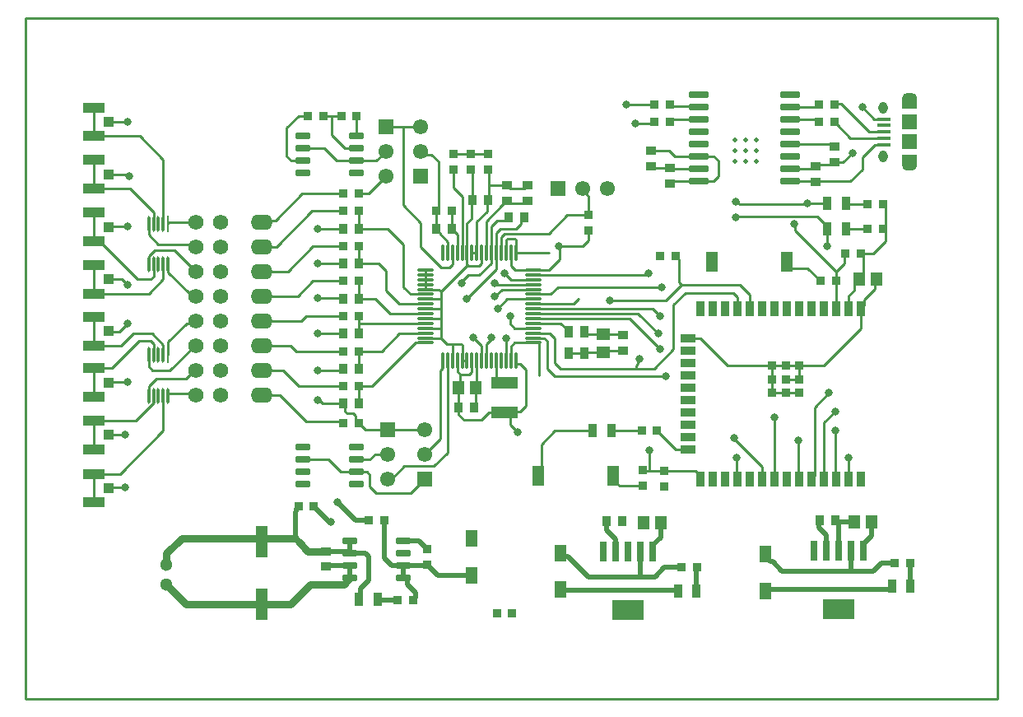
<source format=gtl>
G04*
G04 #@! TF.GenerationSoftware,Altium Limited,Altium Designer,22.11.1 (43)*
G04*
G04 Layer_Physical_Order=1*
G04 Layer_Color=255*
%FSLAX44Y44*%
%MOMM*%
G71*
G04*
G04 #@! TF.SameCoordinates,C851D113-A8C7-42F9-9C4B-FB2C255A0ABB*
G04*
G04*
G04 #@! TF.FilePolarity,Positive*
G04*
G01*
G75*
%ADD11C,0.2540*%
%ADD16R,1.1500X1.4500*%
%ADD17R,0.9500X1.0000*%
%ADD18R,0.9500X0.9500*%
%ADD19R,0.2758X1.6544*%
G04:AMPARAMS|DCode=20|XSize=1.6544mm|YSize=0.2758mm|CornerRadius=0.1379mm|HoleSize=0mm|Usage=FLASHONLY|Rotation=270.000|XOffset=0mm|YOffset=0mm|HoleType=Round|Shape=RoundedRectangle|*
%AMROUNDEDRECTD20*
21,1,1.6544,0.0000,0,0,270.0*
21,1,1.3786,0.2758,0,0,270.0*
1,1,0.2758,0.0000,-0.6893*
1,1,0.2758,0.0000,0.6893*
1,1,0.2758,0.0000,0.6893*
1,1,0.2758,0.0000,-0.6893*
%
%ADD20ROUNDEDRECTD20*%
G04:AMPARAMS|DCode=21|XSize=0.6mm|YSize=1.45mm|CornerRadius=0.03mm|HoleSize=0mm|Usage=FLASHONLY|Rotation=270.000|XOffset=0mm|YOffset=0mm|HoleType=Round|Shape=RoundedRectangle|*
%AMROUNDEDRECTD21*
21,1,0.6000,1.3900,0,0,270.0*
21,1,0.5400,1.4500,0,0,270.0*
1,1,0.0600,-0.6950,-0.2700*
1,1,0.0600,-0.6950,0.2700*
1,1,0.0600,0.6950,0.2700*
1,1,0.0600,0.6950,-0.2700*
%
%ADD21ROUNDEDRECTD21*%
%ADD22R,2.7000X1.3000*%
%ADD23R,0.9500X0.9500*%
%ADD24R,0.9000X1.4000*%
%ADD25R,1.0000X0.9500*%
%ADD26R,1.3000X3.3000*%
%ADD27R,1.1500X1.4500*%
%ADD28R,1.3000X1.8000*%
%ADD29R,1.0500X1.0500*%
%ADD30R,2.2000X1.0500*%
%ADD31R,1.2500X2.1000*%
%ADD32R,0.6500X2.0000*%
%ADD33R,3.2000X2.0000*%
%ADD34R,0.9500X1.2000*%
%ADD35R,1.4500X1.1500*%
G04:AMPARAMS|DCode=36|XSize=0.6mm|YSize=2mm|CornerRadius=0.03mm|HoleSize=0mm|Usage=FLASHONLY|Rotation=270.000|XOffset=0mm|YOffset=0mm|HoleType=Round|Shape=RoundedRectangle|*
%AMROUNDEDRECTD36*
21,1,0.6000,1.9400,0,0,270.0*
21,1,0.5400,2.0000,0,0,270.0*
1,1,0.0600,-0.9700,-0.2700*
1,1,0.0600,-0.9700,0.2700*
1,1,0.0600,0.9700,0.2700*
1,1,0.0600,0.9700,-0.2700*
%
%ADD36ROUNDEDRECTD36*%
%ADD37O,1.8000X0.3000*%
%ADD38O,0.3000X1.8000*%
%ADD39R,0.9000X1.5000*%
%ADD40R,1.5000X0.9000*%
%ADD41R,0.9000X0.9000*%
%ADD42R,1.5500X1.5000*%
%ADD43R,1.3500X0.4000*%
%ADD76C,0.5080*%
%ADD77C,0.7620*%
%ADD78C,1.3000*%
%ADD79C,1.5500*%
%ADD80R,1.5500X1.5500*%
%ADD81O,0.9500X1.2500*%
%ADD82R,1.5500X1.5500*%
%ADD83C,1.5700*%
%ADD84O,2.2500X1.6000*%
%ADD85C,0.8000*%
%ADD86C,0.5000*%
G36*
G01X1026360Y1297300D02*
G02X1020860Y1292300I-5250J250D01*
G01X1016360D01*
G02X1010860Y1297300I-250J5250D01*
G01Y1308750D01*
G01X1026360D01*
G01Y1297300D01*
D02*
G37*
G36*
G01X1010860Y1367300D02*
G02X1016360Y1372300I5250J-250D01*
G01X1020860D01*
G02X1026360Y1367300I250J-5250D01*
G01Y1355850D01*
G01X1010860D01*
G01Y1367300D01*
D02*
G37*
D11*
X593360Y1191300D02*
Y1228300D01*
X109220Y749300D02*
X1109220D01*
X109220Y1449300D02*
X1109220D01*
Y749300D02*
Y1449300D01*
X109220Y749300D02*
Y1449300D01*
X657860Y1214800D02*
X681965D01*
X444860Y1327850D02*
X449110D01*
X240860Y1102752D02*
X240860Y1102752D01*
X240860Y1102752D02*
Y1113800D01*
X235860Y1070800D02*
X243860Y1078800D01*
X215567Y1035611D02*
X222617D01*
X207752Y1112692D02*
X219860Y1124800D01*
X198420Y1089360D02*
X226311Y1117251D01*
X205860Y1126800D02*
X213860Y1134800D01*
X195052Y1074800D02*
X213860D01*
X195504Y1126800D02*
X205860D01*
X194862Y1074610D02*
X195052Y1074800D01*
X194862Y1127442D02*
X195504Y1126800D01*
X255860Y1102752D02*
X255860Y1102752D01*
X239860Y1086800D02*
X257510D01*
X250860Y1102752D02*
X250860Y1102752D01*
X250860Y1102752D02*
Y1113299D01*
X239359Y1124800D02*
X250860Y1113299D01*
X237409Y1117251D02*
X240860Y1113800D01*
X226311Y1117251D02*
X237409D01*
X250860Y1024898D02*
Y1060746D01*
X240860Y1053854D02*
Y1060746D01*
X235860Y1060746D02*
X235860Y1060746D01*
X235860Y1060746D02*
Y1070800D01*
X222617Y1035611D02*
X240860Y1053854D01*
X206610Y980648D02*
X250860Y1024898D01*
X283410Y1112700D02*
X284460D01*
X283074Y1087300D02*
X284460D01*
X281942Y1135582D02*
X284460Y1138100D01*
X274575Y1078800D02*
X283074Y1087300D01*
X274746Y1135582D02*
X281942D01*
X257510Y1086800D02*
X283410Y1112700D01*
X255860Y1116696D02*
X274746Y1135582D01*
X255860Y1102752D02*
Y1116696D01*
X283560Y1062800D02*
X284460Y1061900D01*
X255961Y1062800D02*
X283560D01*
X235860Y1090800D02*
X239860Y1086800D01*
X235860Y1090800D02*
Y1102752D01*
X219860Y1124800D02*
X239359D01*
X243860Y1078800D02*
X274575D01*
X255860Y1062699D02*
X255961Y1062800D01*
X255860Y1060746D02*
Y1062699D01*
X250860Y1060746D02*
X250860Y1060746D01*
X215468Y1035512D02*
X215567Y1035611D01*
X195764Y966800D02*
X211860D01*
X194900Y1020800D02*
X211860D01*
X194862Y1020762D02*
X194900Y1020800D01*
X194862Y965898D02*
X195764Y966800D01*
X481860Y975400D02*
X485860D01*
X505260Y960800D02*
X519860Y975400D01*
X469898Y960800D02*
X505260D01*
X498800Y988340D02*
X529400D01*
X485860Y975400D02*
X498800Y988340D01*
X481860Y975400D02*
X481860Y975400D01*
X460660Y982450D02*
X463360Y979750D01*
X481860Y1000800D02*
X481860Y1000800D01*
X463360Y995150D02*
X469010Y1000800D01*
X449110Y995150D02*
X453110D01*
X453110Y995150D01*
X459110D01*
X463360D01*
X449110Y982450D02*
X453110D01*
X432984D02*
X449110D01*
X453110D02*
X453110Y982450D01*
X460660D01*
X469010Y1000800D02*
X481860D01*
X463360Y967338D02*
Y979750D01*
Y967338D02*
X469898Y960800D01*
X451860Y1052800D02*
Y1070800D01*
X542421Y1114239D02*
X548360D01*
X556872D01*
X558360Y1112751D01*
X548360Y1097300D02*
Y1114239D01*
X558360Y1097300D02*
Y1112751D01*
Y1097300D02*
X563360D01*
X553360Y1085861D02*
Y1097300D01*
Y1085861D02*
X556421Y1082800D01*
Y1071421D02*
Y1082800D01*
X554299Y1069300D02*
X556421Y1071421D01*
X554299Y1048550D02*
Y1069300D01*
Y1048800D02*
X554871Y1048228D01*
Y1041478D02*
Y1048228D01*
Y1041478D02*
X560166Y1036183D01*
X543360Y1208300D02*
Y1219300D01*
X536549Y1192800D02*
X545421D01*
X515860Y1213489D02*
X536549Y1192800D01*
X520360Y1180300D02*
Y1185300D01*
Y1190300D01*
X536650Y1168090D02*
X563360Y1194800D01*
X548360Y1195739D02*
Y1208300D01*
X545421Y1192800D02*
X548360Y1195739D01*
X520360Y1175300D02*
Y1180300D01*
X536860Y1119800D02*
Y1130973D01*
Y1139381D01*
X535941Y1140300D02*
X536860Y1139381D01*
X536188Y1130300D02*
X536860Y1130973D01*
X520360Y1120300D02*
X536360D01*
X536860Y1119800D01*
X510360Y1115300D02*
X520360D01*
X536860Y1159801D02*
Y1167881D01*
Y1150802D02*
Y1159801D01*
Y1139381D02*
Y1150802D01*
X536361Y1160300D02*
X536860Y1159801D01*
X536358Y1150300D02*
X536860Y1150802D01*
X534441Y1170300D02*
X536651Y1168090D01*
X519860Y1000800D02*
X535860Y1016800D01*
X529400Y988340D02*
X543360Y1002300D01*
X536860Y1119800D02*
X542421Y1114239D01*
X538210Y1097150D02*
X538360Y1097300D01*
X538210Y1089650D02*
Y1097150D01*
X535860Y1087300D02*
X538210Y1089650D01*
X543360Y1002300D02*
Y1097300D01*
X535860Y1016800D02*
Y1087300D01*
X520360Y1150300D02*
X536358D01*
X520360Y1170300D02*
X534441D01*
X520360D02*
Y1175300D01*
X493860Y1155300D02*
X520360D01*
X497860Y1172800D02*
X505360Y1165300D01*
X479860Y1169300D02*
X493860Y1155300D01*
X479860Y1169300D02*
Y1189239D01*
X505360Y1165300D02*
X520360D01*
X497860Y1172800D02*
Y1216800D01*
X484360Y1145300D02*
X520360D01*
X451860Y1196800D02*
Y1214800D01*
Y1196800D02*
X472299D01*
X479860Y1189239D01*
X520360Y1140300D02*
X535941D01*
X520360Y1130300D02*
X536188D01*
X520360Y1160300D02*
X536361D01*
X452110Y1135300D02*
X520360D01*
X493921Y1125300D02*
X520360D01*
X451860Y1124800D02*
X452110Y1125050D01*
X475421Y1106800D02*
X493921Y1125300D01*
X451860Y1106800D02*
X475421D01*
X451860Y1088800D02*
Y1106800D01*
X465860Y1070800D02*
X510360Y1115300D01*
X434360Y1087300D02*
X435860Y1088800D01*
X534779Y1227881D02*
Y1229320D01*
Y1227881D02*
X543360Y1219300D01*
X515860Y1213489D02*
Y1238795D01*
X547299Y1232550D02*
X553360Y1226489D01*
X531299Y1232800D02*
X534779Y1229320D01*
X451860Y1232800D02*
X481860D01*
X497860Y1216800D01*
X563360Y1194800D02*
X564299D01*
X563360Y1195739D02*
Y1208300D01*
Y1195739D02*
X564299Y1194800D01*
X563360Y1208300D02*
Y1238287D01*
X558360Y1208300D02*
Y1265800D01*
X557860Y1178278D02*
X564383Y1184800D01*
X557860Y1176800D02*
Y1178278D01*
X553360Y1208300D02*
Y1226489D01*
X452110Y1135300D02*
Y1142800D01*
Y1125050D02*
Y1135300D01*
X451860Y1161050D02*
X452110Y1160800D01*
X451860Y1161050D02*
Y1178800D01*
X452110Y1160800D02*
X468860D01*
X484360Y1145300D01*
X435860Y1052800D02*
X437860Y1050800D01*
Y1044800D02*
Y1050800D01*
X433860Y1034800D02*
X435860Y1032800D01*
X448380Y1036280D02*
X458460Y1026200D01*
X481860Y1026200D02*
X481860Y1026200D01*
X481860D02*
X481860Y1026200D01*
X481860Y1026200D02*
X519860D01*
X458460D02*
X481860D01*
X445860Y1042800D02*
X448380Y1040280D01*
Y1036280D02*
Y1040280D01*
X439860Y1042800D02*
X445860D01*
X437860Y1044800D02*
X439860Y1042800D01*
X451860Y1070800D02*
X465860D01*
X522701Y1308866D02*
X526884D01*
X519367Y1312200D02*
X522701Y1308866D01*
X515860Y1312200D02*
X519367D01*
X497860Y1337600D02*
X515860D01*
X497860Y1256795D02*
Y1337600D01*
X479860D02*
X497860D01*
X461860Y1268800D02*
X479860Y1286800D01*
X449110Y1348050D02*
X449860Y1348800D01*
X437510Y1315150D02*
X449110D01*
X423860Y1328800D02*
X437510Y1315150D01*
X423860Y1348800D02*
X433860D01*
X449110Y1327850D02*
Y1348050D01*
X423860Y1328800D02*
Y1348800D01*
X415860D02*
X423860D01*
X394610Y1315150D02*
X416410D01*
X389860Y1348800D02*
X399860D01*
X377860Y1336800D02*
X389860Y1348800D01*
X403860Y1250800D02*
X435860D01*
X393860Y1268800D02*
X435860D01*
X366121Y1241061D02*
X393860Y1268800D01*
X353221Y1241061D02*
X366121D01*
X351860Y1239700D02*
X353221Y1241061D01*
X549360Y1274800D02*
X558360Y1265800D01*
X526884Y1308866D02*
X533860Y1301889D01*
X549360Y1293300D02*
X550610Y1292050D01*
X533860Y1253361D02*
Y1301889D01*
X549360Y1274800D02*
Y1293300D01*
X470110Y1302450D02*
X479860Y1312200D01*
X449110Y1302450D02*
X470110D01*
X429110D02*
X449110D01*
X416410Y1315150D02*
X429110Y1302450D01*
X382210D02*
X394610D01*
X377860Y1306800D02*
X382210Y1302450D01*
X377860Y1306800D02*
Y1336800D01*
X547299Y1232550D02*
Y1250800D01*
X531299D02*
X533860Y1253361D01*
X531299Y1232800D02*
Y1250800D01*
X497860Y1256795D02*
X515860Y1238795D01*
X451860Y1268800D02*
X461860D01*
X451860Y1232800D02*
Y1250800D01*
X409860Y1232800D02*
X435860D01*
X397860Y1034800D02*
X433860D01*
X415031Y1052800D02*
X435860D01*
X409860Y1124800D02*
X435860D01*
X409985Y1087300D02*
X434360D01*
X409860Y1161050D02*
X435860D01*
X404504Y1178800D02*
X435860D01*
X389204Y1163500D02*
X404504Y1178800D01*
X397860Y1142800D02*
X436110D01*
X387860Y1106800D02*
X435860D01*
X393160Y1138100D02*
X397860Y1142800D01*
X389860Y1070800D02*
X435860D01*
X351860Y1163500D02*
X389204D01*
X381960Y1112700D02*
X387860Y1106800D01*
X351860Y1138100D02*
X393160D01*
X351860Y1112700D02*
X381960D01*
X352360Y1086800D02*
X373860D01*
X370760Y1061900D02*
X397860Y1034800D01*
X373860Y1086800D02*
X389860Y1070800D01*
X351860Y1061900D02*
X370760D01*
X351860Y1214300D02*
X367360D01*
X351860Y1188900D02*
X378960D01*
X351860Y1087300D02*
X352360Y1086800D01*
X367360Y1214300D02*
X403860Y1250800D01*
X409860Y1196800D02*
X435860D01*
X378960Y1188900D02*
X404860Y1214800D01*
X435860D01*
X420284Y995150D02*
X432984Y982450D01*
X404610Y995150D02*
X420284D01*
X398610D02*
X404610D01*
X398610Y995150D02*
X398610Y995150D01*
X394610Y995150D02*
X398610D01*
X255902Y1187755D02*
X276604Y1167053D01*
X255902Y1187755D02*
Y1195755D01*
X223860Y1180800D02*
X237860D01*
X280899Y1163500D02*
X284460D01*
X277346Y1167053D02*
X280899Y1163500D01*
X276604Y1167053D02*
X277346D01*
X255969Y1239700D02*
X284460D01*
X281960Y1216800D02*
X284460Y1214300D01*
X262560Y1210800D02*
X284460Y1188900D01*
X245860Y1216800D02*
X281960D01*
X226830Y1327830D02*
X250860Y1303800D01*
X212383Y1288800D02*
X214382Y1286800D01*
X194930Y1288800D02*
X212383D01*
X195082Y1342800D02*
X213860D01*
X194862Y1342580D02*
X195082Y1342800D01*
X194862Y1288732D02*
X194930Y1288800D01*
X250860Y1237803D02*
Y1303800D01*
X214382Y1286800D02*
X215860D01*
X216678Y1273982D02*
X240860Y1249800D01*
X255860Y1195797D02*
X255902Y1195755D01*
X250860Y1195797D02*
X250860Y1195797D01*
X250860Y1180904D02*
Y1195797D01*
X235988Y1166032D02*
X250860Y1180904D01*
X240860Y1183800D02*
Y1195797D01*
X237860Y1180800D02*
X240860Y1183800D01*
X235860Y1195797D02*
X235902Y1195839D01*
X255860Y1239591D02*
X255969Y1239700D01*
X255860Y1237803D02*
Y1239591D01*
X250860Y1237803D02*
X250860Y1237803D01*
X240860Y1237803D02*
X240860Y1237803D01*
X240860Y1237803D02*
Y1249800D01*
X241860Y1210800D02*
X262560D01*
X235860Y1226800D02*
X245860Y1216800D01*
X235902Y1204842D02*
X241860Y1210800D01*
X235902Y1195839D02*
Y1204842D01*
X235860Y1226800D02*
Y1237803D01*
X195032Y1234800D02*
X213860D01*
X194862Y1234630D02*
X195032Y1234800D01*
X189342Y1215318D02*
X223860Y1180800D01*
X207878Y1180782D02*
X213860Y1174800D01*
X194862Y1180782D02*
X207878D01*
X189342Y1215318D02*
Y1215900D01*
X604701Y1160300D02*
X631360D01*
X637590Y1082070D02*
Y1115088D01*
X645860Y1088300D02*
X653360Y1080800D01*
X612360Y1115300D02*
X631360D01*
X593360Y1079030D02*
Y1097300D01*
X594838Y1175300D02*
X631360D01*
X599360Y1170300D02*
X631360D01*
X623860Y1050800D02*
Y1087484D01*
X608360Y1111300D02*
X612360Y1115300D01*
X608360Y1097300D02*
Y1111300D01*
X583360Y1114323D02*
X588360Y1119323D01*
X583360Y1097300D02*
Y1114323D01*
X593360Y1079030D02*
X598590Y1073800D01*
X601860D01*
X603360Y1097300D02*
Y1120300D01*
X556421Y1082800D02*
X565812D01*
X568360Y1085349D02*
Y1097300D01*
X565812Y1082800D02*
X568360Y1085349D01*
X569860Y1120800D02*
X578360Y1112300D01*
Y1097300D02*
Y1112300D01*
X573360Y1070361D02*
Y1097300D01*
X572299Y1069300D02*
X573360Y1070361D01*
X572299Y1050800D02*
Y1069300D01*
X602946Y1043800D02*
X603768Y1044622D01*
X585525Y1043800D02*
X602946D01*
X577908Y1036183D02*
X585525Y1043800D01*
X560166Y1036183D02*
X577908D01*
X602946Y1043800D02*
X608176Y1038570D01*
Y1030694D02*
X615360Y1023510D01*
X653860Y1024800D02*
X692860D01*
X615360Y1023510D02*
Y1023510D01*
X639860Y1010800D02*
X653860Y1024800D01*
X608176Y1030694D02*
Y1038570D01*
X617682Y1044622D02*
X623860Y1050800D01*
X570299Y1048800D02*
X572299Y1050800D01*
X603768Y1044622D02*
X617682D01*
X840828Y1260800D02*
X844078Y1257550D01*
X839860Y1244800D02*
X840430Y1245370D01*
X783860Y1174800D02*
X843860D01*
X711860Y1024800D02*
X742932D01*
X653360Y1080800D02*
X767860D01*
X758932Y1024800D02*
X778132Y1005600D01*
X179612Y1035512D02*
X215468D01*
X179612Y1006012D02*
Y1035512D01*
Y1327830D02*
X226830D01*
X179612Y1273982D02*
X216678D01*
X179612Y1166032D02*
X235988D01*
X179612D02*
Y1195532D01*
Y1112692D02*
X207752D01*
X179612Y1089360D02*
X198420D01*
X179612Y1112692D02*
Y1142192D01*
Y1059860D02*
Y1089360D01*
Y1327830D02*
Y1357330D01*
Y1273982D02*
Y1303482D01*
Y1219880D02*
Y1249380D01*
X185362Y1219880D02*
X189342Y1215900D01*
X179612Y1219880D02*
X185362D01*
X411587Y1056243D02*
X415031Y1052800D01*
X410110Y1056243D02*
X411587D01*
X179612Y980648D02*
X206610D01*
X179612Y951148D02*
Y980648D01*
X821860Y1286462D02*
Y1302400D01*
X817160Y1307100D02*
X821860Y1302400D01*
X801510Y1307100D02*
X817160D01*
X801510Y1281700D02*
X817098D01*
X821860Y1286462D01*
X776860Y1307100D02*
X801510D01*
X774760Y1281700D02*
X801510D01*
X772260Y1294400D02*
X801510D01*
X839860Y1260800D02*
X840828D01*
X895510Y1281700D02*
X920960D01*
X895510Y1294400D02*
X919460D01*
X895510Y1345200D02*
X922410D01*
X895510Y1357900D02*
X922410D01*
X925110Y1360600D01*
X800610Y1358800D02*
X801510Y1357900D01*
X774772Y1345200D02*
X801510D01*
X771660Y1358800D02*
X800610D01*
X801510Y1357900D01*
X770860Y1359600D02*
X771860Y1360600D01*
X770860Y1359600D02*
X771660Y1358800D01*
X754372Y1340800D02*
X755860Y1342288D01*
X736860Y1340800D02*
X754372D01*
X726860Y1360600D02*
X755860D01*
X771860Y1342288D02*
X774772Y1345200D01*
X771860Y1278800D02*
X774760Y1281700D01*
X770860Y1313100D02*
X776860Y1307100D01*
X771860Y1294800D02*
X772260Y1294400D01*
X754910Y1294800D02*
X771860D01*
X752610Y1313100D02*
X770860D01*
X752610Y1297100D02*
X754910Y1294800D01*
X895510Y1319800D02*
X938360D01*
X840430Y1245370D02*
X923790D01*
X844078Y1257550D02*
X914360D01*
X920890Y1048830D02*
X935860Y1063800D01*
X923790Y1245370D02*
X933860Y1235300D01*
X969860Y1357550D02*
X982110Y1345300D01*
X948221Y1360939D02*
X976860Y1332300D01*
X970745Y1206800D02*
X980860D01*
X920890Y978530D02*
Y1048830D01*
X879860Y975600D02*
Y1038800D01*
X930360Y975300D02*
Y1033300D01*
X941860Y976500D02*
Y1024800D01*
X930360Y1033300D02*
X941860Y1044800D01*
X980860Y1168715D02*
X983123Y1170978D01*
X980860Y1168715D02*
X980860D01*
X971607Y1159462D02*
X980860Y1168715D01*
X952860Y1232800D02*
X975441D01*
X980860Y1206800D02*
X993808Y1219748D01*
X941449Y1360939D02*
X948221D01*
X941110Y1360600D02*
X941449Y1360939D01*
X969860Y1357550D02*
Y1357900D01*
X993808Y1235167D02*
Y1255183D01*
X991441Y1232800D02*
X993808Y1235167D01*
X983123Y1179178D02*
X984495Y1180550D01*
X983123Y1170978D02*
Y1179178D01*
X991441Y1232800D02*
X993808Y1230433D01*
Y1219748D02*
Y1230433D01*
X562860Y1160800D02*
X593360Y1191300D01*
X601860Y1186800D02*
X608360Y1180300D01*
X591860Y1162800D02*
X599360Y1170300D01*
X575860Y1184800D02*
X588360Y1197300D01*
X564383Y1184800D02*
X575860D01*
X575921Y1194800D02*
X578272Y1197151D01*
Y1208212D01*
X578360Y1208300D01*
X568360D02*
X573360D01*
X564299Y1194800D02*
X575921D01*
X588360Y1197300D02*
Y1208300D01*
X591860Y1176800D02*
X593338D01*
X594838Y1175300D01*
X588360Y1208300D02*
Y1235300D01*
X595201Y1150800D02*
X604701Y1160300D01*
X588360Y1119323D02*
Y1120800D01*
X607860Y1134800D02*
X612360Y1130300D01*
X607860Y1134800D02*
Y1142800D01*
X613360Y1208300D02*
Y1221191D01*
X608360Y1194800D02*
X612772Y1190388D01*
X608360Y1194800D02*
Y1208300D01*
X603360D02*
X603448Y1208388D01*
X604936Y1222679D02*
X611872D01*
X613360Y1221191D01*
X593360Y1228300D02*
X597860Y1232800D01*
X598360Y1224300D02*
X601860Y1227800D01*
X603448Y1221191D02*
X604936Y1222679D01*
X598360Y1208300D02*
Y1224300D01*
X603448Y1208388D02*
Y1221191D01*
X687860Y1220695D02*
Y1230800D01*
X647546Y1208300D02*
X647634Y1208388D01*
X613360Y1208300D02*
X647546D01*
X612772Y1190388D02*
X631272D01*
X631360Y1190300D01*
X658905Y1201571D02*
Y1213755D01*
X647634Y1190300D02*
X658905Y1201571D01*
X657860Y1214800D02*
X658905Y1213755D01*
X681965Y1214800D02*
X687860Y1220695D01*
X631360Y1190300D02*
X647634D01*
X585728Y1277192D02*
X604320D01*
X604428Y1277300D01*
X567360Y1309300D02*
X585360D01*
X604428Y1277300D02*
X607678Y1274050D01*
X604428Y1261300D02*
X606678Y1259050D01*
X585728Y1277192D02*
Y1292932D01*
X585360Y1293300D02*
X585728Y1292932D01*
X567360Y1293300D02*
X568860Y1291800D01*
X599678Y1256800D02*
X604178Y1261300D01*
X604428D01*
X599610Y1256800D02*
X599678D01*
X602380Y1241070D02*
X605671Y1244361D01*
X594130Y1241070D02*
X602380D01*
X605671Y1244361D02*
Y1244800D01*
X585360Y1262124D02*
X585728Y1262492D01*
X567880Y1261025D02*
X568860Y1262005D01*
X583880Y1261025D02*
X584860Y1262005D01*
X585728Y1262492D02*
Y1277192D01*
X567880Y1242807D02*
Y1261025D01*
X597860Y1232800D02*
X613860D01*
X573360Y1239739D02*
X583880Y1250259D01*
X563360Y1238287D02*
X567880Y1242807D01*
X687860Y1246800D02*
Y1266207D01*
X666610Y1246800D02*
X687860D01*
X623610Y1259050D02*
X625860Y1261300D01*
X682485Y1271582D02*
X687860Y1266207D01*
X682485Y1271582D02*
Y1274175D01*
X606678Y1259050D02*
X623610D01*
X607678Y1274050D02*
X622610D01*
X625860Y1277300D01*
X588360Y1235300D02*
X594130Y1241070D01*
X583360Y1208300D02*
Y1240550D01*
X573360Y1208300D02*
Y1239739D01*
X583360Y1240550D02*
X599610Y1256800D01*
X613860Y1232800D02*
X618831Y1237771D01*
X608360Y1180300D02*
X631360D01*
X618831Y1237771D02*
Y1241771D01*
X647610Y1227800D02*
X666610Y1246800D01*
X601860Y1227800D02*
X647610D01*
X618831Y1241771D02*
X621860Y1244800D01*
X568860Y1262005D02*
Y1291800D01*
X583880Y1250259D02*
Y1261025D01*
X549360Y1309300D02*
X567360D01*
X612360Y1130300D02*
X631360D01*
X613360Y1093690D02*
X613573Y1093478D01*
X617866D01*
X613360Y1093690D02*
Y1097300D01*
X617866Y1093478D02*
X623860Y1087484D01*
X739448Y1097555D02*
X740493Y1098600D01*
X739360Y1145300D02*
X759860Y1124800D01*
X656860Y1172800D02*
X763860D01*
X631360Y1185300D02*
X746882D01*
X631360Y1165300D02*
X649360D01*
X656860Y1172800D01*
X777860Y1204800D02*
X781340Y1201320D01*
X748382Y1186800D02*
X749860D01*
X746882Y1185300D02*
X748382Y1186800D01*
X781340Y1177320D02*
X783860Y1174800D01*
X767860Y1158800D02*
X783860Y1174800D01*
X781340Y1177320D02*
Y1201320D01*
X775860Y1154800D02*
X787860Y1166800D01*
X684110Y1104300D02*
X685610Y1105800D01*
X684110Y1126300D02*
X686610Y1123800D01*
X659860Y1135300D02*
X667610Y1127550D01*
X653860Y1094800D02*
X659860Y1088800D01*
X631360Y1150300D02*
X754360D01*
X631360Y1145300D02*
X739360D01*
X705360Y1107300D02*
X723860D01*
X703860Y1105800D02*
X705360Y1107300D01*
X685610Y1105800D02*
X703860D01*
X686610Y1123800D02*
X703860D01*
X723360D02*
X723860Y1123300D01*
X631360Y1140300D02*
X730360D01*
X667610Y1126300D02*
Y1127550D01*
Y1104300D02*
X684110D01*
X703860Y1123800D02*
X723360D01*
X631360Y1155300D02*
X672860D01*
X631360Y1115300D02*
X637378D01*
X631360Y1120300D02*
X642772D01*
X645860Y1117212D01*
X653860Y1094800D02*
Y1119800D01*
X645860Y1088300D02*
Y1117212D01*
X631360Y1125300D02*
X648360D01*
X653860Y1119800D01*
X637378Y1115300D02*
X637590Y1115088D01*
X631360Y1135300D02*
X659860D01*
X754360Y1150300D02*
X761860Y1142800D01*
X755660Y1088800D02*
X775860Y1109000D01*
X739448Y1094090D02*
Y1097555D01*
X730360Y1140300D02*
X761860Y1108800D01*
X672860Y1155300D02*
X677860Y1160300D01*
X775860Y1109000D02*
Y1154800D01*
X737751Y1092392D02*
X739448Y1094090D01*
X737751Y1088800D02*
Y1092392D01*
Y1088800D02*
X755660D01*
X709860Y1158800D02*
X767860D01*
X659860Y1088800D02*
X737751D01*
X891590Y1192271D02*
X913767D01*
X891590D02*
Y1197780D01*
X943060Y1188800D02*
X951265Y1197005D01*
X913767Y1192271D02*
X926860Y1179178D01*
X970745Y1206800D02*
X970975Y1206570D01*
X951265Y1205320D02*
X952745Y1206800D01*
X951265Y1197005D02*
Y1205320D01*
X943060Y1179378D02*
Y1188800D01*
X787860Y1166800D02*
X836960D01*
X803360Y1119900D02*
X831460Y1091800D01*
X790860Y1119900D02*
X803360D01*
X962015Y1176070D02*
X970975Y1185030D01*
X942860Y1179178D02*
X943060Y1179378D01*
X942860Y1179178D02*
X943060Y1178978D01*
X899860Y1237550D02*
X900905Y1236505D01*
Y1230955D02*
X943060Y1188800D01*
X891590Y1197780D02*
X892610Y1198800D01*
X970975Y1185030D02*
Y1206570D01*
X900905Y1230955D02*
Y1236505D01*
X877260Y1063800D02*
X891260D01*
X877260Y1077800D02*
Y1091800D01*
X891260D02*
X905260D01*
Y1077800D02*
Y1091800D01*
X891260Y1077800D02*
X905260D01*
X877260Y1063800D02*
Y1077800D01*
X843860Y1174800D02*
X854160Y1164500D01*
X836960Y1166800D02*
X841460Y1162300D01*
X854160Y1150300D02*
Y1164500D01*
X841460Y1150300D02*
Y1162300D01*
X962015Y1169605D02*
Y1176070D01*
X955760Y1163350D02*
X962015Y1169605D01*
X943060Y1150300D02*
Y1178978D01*
X955760Y1150300D02*
Y1163350D01*
X971607Y1153447D02*
Y1159462D01*
X968460Y1150300D02*
X971607Y1153447D01*
X930360Y1091800D02*
X968460Y1129900D01*
Y1150300D01*
X891260Y1063800D02*
X905260D01*
Y1091800D02*
X930360D01*
X877260D02*
X891260D01*
X831460D02*
X877260D01*
X933860Y1214800D02*
Y1235300D01*
X968745Y1206800D02*
X970745D01*
X879560Y975300D02*
X879860Y975600D01*
X840905Y975855D02*
Y996800D01*
X798360Y983300D02*
X803360Y978300D01*
X765860Y983300D02*
X798360D01*
X778132Y1005600D02*
X790860D01*
X838051Y1016609D02*
X866538Y988122D01*
X838051Y1016609D02*
Y1017080D01*
X903860Y976400D02*
X904960Y975300D01*
X866538Y975622D02*
Y988122D01*
X803360Y975300D02*
Y978300D01*
X866538Y975622D02*
X866860Y975300D01*
X840905Y975855D02*
X841460Y975300D01*
X639860Y982300D02*
Y1010800D01*
X636360Y978800D02*
X639860Y982300D01*
X713860Y974550D02*
Y978800D01*
X720110Y968300D02*
X743860D01*
X713860Y974550D02*
X720110Y968300D01*
X903860Y976400D02*
Y1014800D01*
X955760Y975300D02*
Y996800D01*
X917660Y975300D02*
X920890Y978530D01*
X941860Y976500D02*
X943060Y975300D01*
X750932Y983300D02*
Y1004800D01*
X743860Y984300D02*
X744860Y983300D01*
X750932D01*
X765860D01*
X982110Y1345300D02*
X991860D01*
X941110Y1342500D02*
X944590Y1339020D01*
Y1339020D02*
Y1339020D01*
Y1339020D02*
X957810Y1325800D01*
X976860Y1332300D02*
X991860D01*
X957810Y1325800D02*
X991860D01*
X941110Y1342500D02*
X941110D01*
X924810Y1342200D02*
X925110Y1342500D01*
X922410Y1345200D02*
X925110Y1342500D01*
X916860Y1258800D02*
X933860D01*
X913860D02*
X915610D01*
X914360Y1257550D02*
X915610Y1258800D01*
X957810Y1281700D02*
X969860Y1293750D01*
X922760Y1281700D02*
X957810D01*
X952860Y1257550D02*
Y1258800D01*
Y1257550D02*
X975441D01*
X991441D02*
X993808Y1255183D01*
X921860Y1280800D02*
X922760Y1281700D01*
X919460Y1294400D02*
X921860Y1296800D01*
X923360Y1298300D02*
X938860D01*
X921860Y1296800D02*
X923360Y1298300D01*
X920960Y1281700D02*
X921860Y1280800D01*
X991581Y1319021D02*
X991860Y1319300D01*
X983081Y1319021D02*
X991581D01*
X969860Y1305800D02*
X983081Y1319021D01*
X969860Y1293750D02*
Y1305800D01*
X959810Y1310800D02*
X959860D01*
X949810Y1300800D02*
X959810Y1310800D01*
X941360Y1300800D02*
X949810D01*
X938860Y1298300D02*
X941360Y1300800D01*
X938360Y1319800D02*
X941360Y1316800D01*
D16*
X762643Y930288D02*
D03*
X744643D02*
D03*
X961560Y930800D02*
D03*
X979560D02*
D03*
X966495Y1180550D02*
D03*
X984495D02*
D03*
D17*
X435860Y1124800D02*
D03*
X451860D02*
D03*
X435860Y1088800D02*
D03*
X451860D02*
D03*
X435860Y1052800D02*
D03*
X451860D02*
D03*
X435860Y1196800D02*
D03*
X451860D02*
D03*
X435860Y1232800D02*
D03*
X451860D02*
D03*
X436110Y1160800D02*
D03*
X452110D02*
D03*
X554299Y1048800D02*
D03*
X570299D02*
D03*
X722755Y932288D02*
D03*
X706755D02*
D03*
X941860Y932800D02*
D03*
X925860D02*
D03*
X568860Y1262005D02*
D03*
X584860D02*
D03*
X605860Y1244800D02*
D03*
X621860D02*
D03*
X531299Y1232800D02*
D03*
X547299D02*
D03*
D18*
X452110Y1142800D02*
D03*
X436110D02*
D03*
X451860Y1070800D02*
D03*
X435860D02*
D03*
X451860Y1106800D02*
D03*
X435860D02*
D03*
X451860Y1268800D02*
D03*
X435860D02*
D03*
X451860Y1214800D02*
D03*
X435860D02*
D03*
X451860Y1178800D02*
D03*
X435860D02*
D03*
X451860Y1250800D02*
D03*
X435860D02*
D03*
X415860Y1348800D02*
D03*
X399860D02*
D03*
X449860D02*
D03*
X433860D02*
D03*
X462370Y932800D02*
D03*
X478370D02*
D03*
X491860Y850800D02*
D03*
X507860D02*
D03*
X451860Y1032800D02*
D03*
X435860D02*
D03*
X405860Y946800D02*
D03*
X389860D02*
D03*
X593860Y836800D02*
D03*
X609860D02*
D03*
X783643Y884288D02*
D03*
X799643D02*
D03*
X1019050Y888800D02*
D03*
X1003050D02*
D03*
X742932Y1024800D02*
D03*
X758932D02*
D03*
X991441Y1232800D02*
D03*
X975441D02*
D03*
X968745Y1206800D02*
D03*
X952745D02*
D03*
X991441Y1257550D02*
D03*
X975441D02*
D03*
X755860Y1342288D02*
D03*
X771860D02*
D03*
X755860Y1360600D02*
D03*
X771860D02*
D03*
X925110D02*
D03*
X941110D02*
D03*
X925110Y1342500D02*
D03*
X941110D02*
D03*
X926860Y1179178D02*
D03*
X942860D02*
D03*
X761860Y1204800D02*
D03*
X777860D02*
D03*
X547299Y1250800D02*
D03*
X531299D02*
D03*
D19*
X255860Y1102752D02*
D03*
Y1237803D02*
D03*
D20*
X250860Y1102752D02*
D03*
X245860D02*
D03*
X240860D02*
D03*
X235860D02*
D03*
Y1060746D02*
D03*
X240860D02*
D03*
X245860D02*
D03*
X250860D02*
D03*
X255860D02*
D03*
X250860Y1237803D02*
D03*
X245860D02*
D03*
X240860D02*
D03*
X235860D02*
D03*
Y1195797D02*
D03*
X240860D02*
D03*
X245860D02*
D03*
X250860D02*
D03*
X255860D02*
D03*
D21*
X449110Y1302450D02*
D03*
Y1315150D02*
D03*
Y1327850D02*
D03*
X394610Y1315150D02*
D03*
Y1327850D02*
D03*
Y1302450D02*
D03*
Y1289750D02*
D03*
X449110D02*
D03*
X443120Y898932D02*
D03*
Y886232D02*
D03*
Y873532D02*
D03*
X497620Y886232D02*
D03*
Y873532D02*
D03*
Y898932D02*
D03*
Y911632D02*
D03*
X443120D02*
D03*
X449110Y982450D02*
D03*
Y995150D02*
D03*
Y1007850D02*
D03*
X394610Y995150D02*
D03*
Y1007850D02*
D03*
Y982450D02*
D03*
Y969750D02*
D03*
X449110D02*
D03*
D22*
X601860Y1073800D02*
D03*
Y1043800D02*
D03*
D23*
X522370Y886982D02*
D03*
Y902982D02*
D03*
X765860Y967300D02*
D03*
Y983300D02*
D03*
X743860Y968300D02*
D03*
Y984300D02*
D03*
X687860Y1246800D02*
D03*
Y1230800D02*
D03*
X585360Y1293300D02*
D03*
Y1309300D02*
D03*
X549360Y1293300D02*
D03*
Y1309300D02*
D03*
X567360D02*
D03*
Y1293300D02*
D03*
D24*
X452360Y851300D02*
D03*
X471360D02*
D03*
X799143Y860288D02*
D03*
X780143D02*
D03*
X1019360Y864800D02*
D03*
X1000360D02*
D03*
X692860Y1024800D02*
D03*
X711860D02*
D03*
X933860Y1232800D02*
D03*
X952860D02*
D03*
X933860Y1258800D02*
D03*
X952860D02*
D03*
D25*
X418370Y884982D02*
D03*
Y900982D02*
D03*
X723860Y1107300D02*
D03*
Y1123300D02*
D03*
X941360Y1300800D02*
D03*
Y1316800D02*
D03*
X752610Y1313100D02*
D03*
Y1297100D02*
D03*
X771860Y1278800D02*
D03*
Y1294800D02*
D03*
X921860Y1296800D02*
D03*
Y1280800D02*
D03*
X625860Y1277300D02*
D03*
Y1261300D02*
D03*
X604428Y1277300D02*
D03*
Y1261300D02*
D03*
D26*
X351860Y846800D02*
D03*
Y910800D02*
D03*
D27*
X572299Y1069300D02*
D03*
X554299D02*
D03*
D28*
X567860Y875982D02*
D03*
Y913982D02*
D03*
X659643Y899288D02*
D03*
Y861288D02*
D03*
X869860Y859800D02*
D03*
Y897800D02*
D03*
D29*
X194862Y965898D02*
D03*
Y1127442D02*
D03*
Y1180782D02*
D03*
Y1020762D02*
D03*
Y1074610D02*
D03*
Y1288732D02*
D03*
Y1234630D02*
D03*
Y1342580D02*
D03*
D30*
X179612Y951148D02*
D03*
Y980648D02*
D03*
Y1112692D02*
D03*
Y1142192D02*
D03*
Y1166032D02*
D03*
Y1195532D02*
D03*
Y1006012D02*
D03*
Y1035512D02*
D03*
Y1059860D02*
D03*
Y1089360D02*
D03*
Y1273982D02*
D03*
Y1303482D02*
D03*
Y1219880D02*
D03*
Y1249380D02*
D03*
Y1327830D02*
D03*
Y1357330D02*
D03*
D31*
X636360Y978800D02*
D03*
X713860D02*
D03*
X815110Y1198800D02*
D03*
X892610D02*
D03*
D32*
X754343Y900288D02*
D03*
X741643D02*
D03*
X728943D02*
D03*
X716243D02*
D03*
X703543D02*
D03*
X971010Y901340D02*
D03*
X945610D02*
D03*
X932910D02*
D03*
X920210D02*
D03*
X958310D02*
D03*
D33*
X728943Y840288D02*
D03*
X945610Y841340D02*
D03*
D34*
X684110Y1104300D02*
D03*
Y1126300D02*
D03*
X667610D02*
D03*
Y1104300D02*
D03*
D35*
X703860Y1105800D02*
D03*
Y1123800D02*
D03*
D36*
X895510Y1281700D02*
D03*
Y1294400D02*
D03*
Y1307100D02*
D03*
Y1319800D02*
D03*
Y1332500D02*
D03*
Y1345200D02*
D03*
Y1357900D02*
D03*
Y1370600D02*
D03*
X801510Y1281700D02*
D03*
Y1294400D02*
D03*
Y1307100D02*
D03*
Y1319800D02*
D03*
Y1332500D02*
D03*
Y1345200D02*
D03*
Y1357900D02*
D03*
Y1370600D02*
D03*
D37*
X520360Y1190300D02*
D03*
Y1185300D02*
D03*
Y1180300D02*
D03*
Y1175300D02*
D03*
Y1170300D02*
D03*
Y1165300D02*
D03*
Y1160300D02*
D03*
Y1155300D02*
D03*
Y1150300D02*
D03*
Y1145300D02*
D03*
Y1140300D02*
D03*
Y1135300D02*
D03*
Y1130300D02*
D03*
Y1125300D02*
D03*
Y1120300D02*
D03*
Y1115300D02*
D03*
X631360D02*
D03*
Y1120300D02*
D03*
Y1125300D02*
D03*
Y1130300D02*
D03*
Y1135300D02*
D03*
Y1140300D02*
D03*
Y1145300D02*
D03*
Y1150300D02*
D03*
Y1155300D02*
D03*
Y1160300D02*
D03*
Y1165300D02*
D03*
Y1170300D02*
D03*
Y1175300D02*
D03*
Y1180300D02*
D03*
Y1185300D02*
D03*
Y1190300D02*
D03*
D38*
X538360Y1097300D02*
D03*
X543360D02*
D03*
X548360D02*
D03*
X553360D02*
D03*
X558360D02*
D03*
X563360D02*
D03*
X568360D02*
D03*
X573360D02*
D03*
X578360D02*
D03*
X583360D02*
D03*
X588360D02*
D03*
X593360D02*
D03*
X598360D02*
D03*
X603360D02*
D03*
X608360D02*
D03*
X613360D02*
D03*
Y1208300D02*
D03*
X608360D02*
D03*
X603360D02*
D03*
X598360D02*
D03*
X593360D02*
D03*
X588360D02*
D03*
X583360D02*
D03*
X578360D02*
D03*
X573360D02*
D03*
X568360D02*
D03*
X563360D02*
D03*
X558360D02*
D03*
X553360D02*
D03*
X548360D02*
D03*
X543360D02*
D03*
X538360D02*
D03*
D39*
X968460Y1150300D02*
D03*
X955760D02*
D03*
X943060D02*
D03*
X930360D02*
D03*
X917660D02*
D03*
X904960D02*
D03*
X892260D02*
D03*
X879560D02*
D03*
X866860D02*
D03*
X854160D02*
D03*
X841460D02*
D03*
X828760D02*
D03*
X816060D02*
D03*
X803360D02*
D03*
Y975300D02*
D03*
X816060D02*
D03*
X828760D02*
D03*
X841460D02*
D03*
X854160D02*
D03*
X866860D02*
D03*
X879560D02*
D03*
X892260D02*
D03*
X904960D02*
D03*
X917660D02*
D03*
X930360D02*
D03*
X943060D02*
D03*
X955760D02*
D03*
X968460D02*
D03*
D40*
X790860Y1119900D02*
D03*
Y1107200D02*
D03*
Y1094500D02*
D03*
Y1081800D02*
D03*
Y1069100D02*
D03*
Y1056400D02*
D03*
Y1043700D02*
D03*
Y1031000D02*
D03*
Y1018300D02*
D03*
Y1005600D02*
D03*
D41*
X905260Y1091800D02*
D03*
Y1077800D02*
D03*
Y1063800D02*
D03*
X891260Y1091800D02*
D03*
Y1077800D02*
D03*
Y1063800D02*
D03*
X877260Y1091800D02*
D03*
Y1077800D02*
D03*
Y1063800D02*
D03*
D42*
X1018610Y1322300D02*
D03*
Y1342300D02*
D03*
D43*
X991860Y1338800D02*
D03*
Y1345300D02*
D03*
Y1325800D02*
D03*
Y1332300D02*
D03*
Y1319300D02*
D03*
D76*
X443120Y898932D02*
Y911632D01*
X452360Y848800D02*
Y851300D01*
X762643Y915338D02*
Y930288D01*
X754343Y907038D02*
X762643Y915338D01*
X754343Y900288D02*
Y907038D01*
X448610Y932800D02*
X462370D01*
X429860Y951550D02*
X448610Y932800D01*
X386780Y941614D02*
X387650Y942484D01*
Y944590D02*
X389860Y946800D01*
X387650Y942484D02*
Y944590D01*
X421301Y931359D02*
X422812D01*
X423371Y930800D01*
X405860Y946800D02*
X421301Y931359D01*
X706755Y922708D02*
Y932288D01*
X521620Y886232D02*
X522370Y886982D01*
X533370Y875982D01*
X567860D01*
X501600Y866821D02*
X510226Y858194D01*
X510070Y858038D02*
X510226Y858194D01*
X497620Y886232D02*
X521620D01*
X513721Y911632D02*
X522370Y902982D01*
X497620Y911632D02*
X513721D01*
X741643Y876288D02*
Y900288D01*
X659643Y899288D02*
X663373Y895558D01*
X667373D01*
X688131Y874800D01*
X659643Y861288D02*
X660333Y860598D01*
X688131Y874800D02*
X743131D01*
X660333Y860598D02*
X779833D01*
X766391Y884288D02*
X783643D01*
X706755Y922708D02*
X716243Y913220D01*
Y900288D02*
Y913220D01*
X756903Y874800D02*
X766391Y884288D01*
X741643Y876288D02*
X743131Y874800D01*
X756903D01*
X386780Y913880D02*
X389860Y910800D01*
X386780Y913880D02*
Y941614D01*
X869860Y859800D02*
X871360Y861300D01*
X798833Y883478D02*
X799643Y884288D01*
X869860Y895300D02*
Y897800D01*
X798833Y860598D02*
Y883478D01*
X779833Y860598D02*
X780143Y860288D01*
X798833Y860598D02*
X799143Y860288D01*
X458884Y898932D02*
X461860Y895956D01*
X478370Y893722D02*
X485860Y886232D01*
X497620D01*
X419620D02*
X443120D01*
X461860Y870800D02*
Y895956D01*
X497620Y873532D02*
Y886232D01*
X443120Y873532D02*
Y886232D01*
X453418Y862358D02*
X461860Y870800D01*
X501139Y873532D02*
X501600Y873072D01*
Y866821D02*
Y873072D01*
X497620Y873532D02*
X501139D01*
X478370Y893722D02*
Y932800D01*
X418370Y900982D02*
X441070D01*
X443120Y898932D01*
X458884D01*
X453418Y852358D02*
Y862358D01*
X452360Y851300D02*
X453418Y852358D01*
X471360Y850800D02*
Y851300D01*
Y850800D02*
X491860D01*
X507860D02*
X510070Y853010D01*
Y858038D01*
X1019050Y865110D02*
Y888800D01*
X871360Y861300D02*
X997130D01*
X1019050Y865110D02*
X1019360Y864800D01*
X981255Y880195D02*
X989860Y888800D01*
X958310Y880195D02*
X958310Y880195D01*
X958310D02*
X981255D01*
X997130Y861300D02*
X1000360Y864530D01*
X932910Y901340D02*
Y917750D01*
X971010Y901340D02*
Y908090D01*
X958310Y880195D02*
Y901340D01*
X1000360Y864530D02*
Y864800D01*
X887465Y880195D02*
X958310D01*
X925182Y925478D02*
X932910Y917750D01*
X945610Y901340D02*
Y930161D01*
X971010Y908090D02*
X979560Y916640D01*
X925182Y932122D02*
X925860Y932800D01*
X941860D02*
X943860Y930800D01*
X944971D02*
X961560D01*
X943860D02*
X944971D01*
X945610Y930161D01*
X979560Y916640D02*
Y930800D01*
X877590Y890070D02*
X887465Y880195D01*
X869860Y895300D02*
X875090Y890070D01*
X877590D01*
X925182Y925478D02*
Y932122D01*
X989860Y888800D02*
X1003050D01*
D77*
X253860Y866800D02*
X273860Y846800D01*
X253860Y886800D02*
Y898696D01*
X348176Y914483D02*
X351860Y910800D01*
X269648Y914483D02*
X348176D01*
X253860Y898696D02*
X269648Y914483D01*
X273860Y846800D02*
X351860D01*
Y911190D02*
X354550Y913880D01*
X351860Y910800D02*
Y911190D01*
X354550Y913880D02*
X386780D01*
X401678Y866800D02*
X436388D01*
X399678Y900982D02*
X418370D01*
X389860Y910800D02*
X399678Y900982D01*
X381678Y846800D02*
X401678Y866800D01*
X351860Y846800D02*
X381678D01*
X418370Y884982D02*
X419620Y886232D01*
X436388Y866800D02*
X443120Y873532D01*
D78*
X253860Y866800D02*
D03*
Y886800D02*
D03*
D79*
X519860Y1026200D02*
D03*
Y1000800D02*
D03*
X707885Y1274175D02*
D03*
X682485D02*
D03*
X515860Y1337600D02*
D03*
Y1312200D02*
D03*
X479860Y1286800D02*
D03*
Y1312200D02*
D03*
X481860Y975400D02*
D03*
Y1000800D02*
D03*
D80*
X519860Y975400D02*
D03*
X515860Y1286800D02*
D03*
X479860Y1337600D02*
D03*
X481860Y1026200D02*
D03*
D81*
X991610Y1357300D02*
D03*
Y1307300D02*
D03*
D82*
X657085Y1274175D02*
D03*
D83*
X284460Y1061900D02*
D03*
X309860D02*
D03*
X284460Y1087300D02*
D03*
X309860D02*
D03*
X284460Y1112700D02*
D03*
X309860D02*
D03*
X284460Y1138100D02*
D03*
X309860D02*
D03*
X284460Y1163500D02*
D03*
X309860D02*
D03*
X284460Y1188900D02*
D03*
X309860D02*
D03*
X284460Y1214300D02*
D03*
X309860D02*
D03*
X284460Y1239700D02*
D03*
X309860D02*
D03*
D84*
X351860Y1087300D02*
D03*
Y1138100D02*
D03*
Y1163500D02*
D03*
Y1239700D02*
D03*
Y1214300D02*
D03*
Y1188900D02*
D03*
Y1112700D02*
D03*
Y1061900D02*
D03*
D85*
X959860Y1310800D02*
D03*
X933860Y1214800D02*
D03*
X913860Y1258800D02*
D03*
X899860Y1237550D02*
D03*
X955760Y996800D02*
D03*
X838051Y1017080D02*
D03*
X767860Y1080800D02*
D03*
X763860Y1172800D02*
D03*
X840905Y996800D02*
D03*
X761860Y1142800D02*
D03*
X759860Y1124800D02*
D03*
X750932Y1004800D02*
D03*
X761860Y1108800D02*
D03*
X709860Y1158800D02*
D03*
X615360Y1023510D02*
D03*
X740493Y1098600D02*
D03*
X749860Y1186800D02*
D03*
X213860Y1074800D02*
D03*
X211860Y966800D02*
D03*
X429860Y951550D02*
D03*
X423371Y930800D02*
D03*
X591860Y1162800D02*
D03*
X562860Y1160800D02*
D03*
X557860Y1176800D02*
D03*
X409860Y1196800D02*
D03*
Y1232800D02*
D03*
Y1161050D02*
D03*
X591860Y1176800D02*
D03*
X657860Y1214800D02*
D03*
X736860Y1340800D02*
D03*
X588360Y1120800D02*
D03*
X409860Y1124800D02*
D03*
X969860Y1357900D02*
D03*
X839860Y1260800D02*
D03*
X726860Y1360600D02*
D03*
X839860Y1244800D02*
D03*
X941860Y1044800D02*
D03*
X935860Y1063800D02*
D03*
X903860Y1014800D02*
D03*
X879860Y1038800D02*
D03*
X941860Y1024800D02*
D03*
X569860Y1120800D02*
D03*
X211860Y1020800D02*
D03*
X215860Y1286800D02*
D03*
X213860Y1234800D02*
D03*
Y1174800D02*
D03*
Y1342800D02*
D03*
Y1134800D02*
D03*
X601860Y1186800D02*
D03*
X603360Y1120300D02*
D03*
X595201Y1150800D02*
D03*
X607860Y1142800D02*
D03*
X409985Y1087300D02*
D03*
X410110Y1056243D02*
D03*
D86*
X839360Y1301800D02*
D03*
X850360D02*
D03*
X861360D02*
D03*
X839360Y1312800D02*
D03*
X850360D02*
D03*
X861360D02*
D03*
X839360Y1323800D02*
D03*
X850360D02*
D03*
X861360D02*
D03*
M02*

</source>
